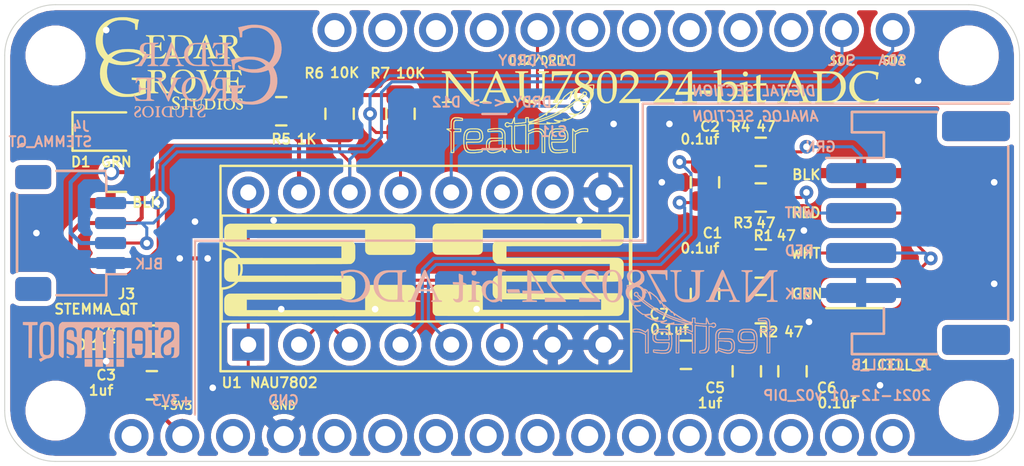
<source format=kicad_pcb>
(kicad_pcb (version 20171130) (host pcbnew "(5.1.6-0-10_14)")
  (title_block (title NAU7802_DUAL_24-BIT_ADC_WING_DIP) (date 2021-12-01) (rev v02_DIP) (company "Cedar Grove Studios"))
  (layers (0 F.Cu signal) (31 B.Cu signal hide) (34 B.Paste user hide) (35 F.Paste user hide) (36 B.SilkS user hide) (37 F.SilkS user) (38 B.Mask user hide) (39 F.Mask user hide) (44 Edge.Cuts user))
  (net 0 "")
  (net 1 GND)
  (net 2 +3V3)
  (net 3 "Net-(C7-Pad1)")
  (net 4 /SCL)
  (net 5 /SDA)
  (net 6 "Net-(U1-Pad10)")
  (net 7 "Net-(U1-Pad11)")
  (net 8 "Net-(M1-Pad1)")
  (net 9 "Net-(M1-Pad3)")
  (net 10 "Net-(M1-Pad5)")
  (net 11 "Net-(M1-Pad6)")
  (net 12 "Net-(M1-Pad7)")
  (net 13 "Net-(M1-Pad8)")
  (net 14 "Net-(M1-Pad9)")
  (net 15 "Net-(M1-Pad10)")
  (net 16 "Net-(M1-Pad11)")
  (net 17 "Net-(M1-Pad12)")
  (net 18 "Net-(M1-Pad13)")
  (net 19 "Net-(M1-Pad14)")
  (net 20 "Net-(M1-Pad15)")
  (net 21 "Net-(M1-Pad17)")
  (net 22 "Net-(M1-Pad18)")
  (net 23 "Net-(M1-Pad19)")
  (net 24 "Net-(M1-Pad20)")
  (net 25 "Net-(M1-Pad22)")
  (net 26 "Net-(M1-Pad23)")
  (net 27 "Net-(M1-Pad24)")
  (net 28 "Net-(M1-Pad25)")
  (net 29 "Net-(M1-Pad26)")
  (net 30 "Net-(D1-Pad2)")
  (net 31 /DRDY)
  (net 32 /A-)
  (net 33 /A+)
  (net 34 /B+)
  (net 35 /B-)
  (net 36 /AVDD)
  (net 37 /CELL_A-)
  (net 38 /CELL_A+)
  (net 39 /CELL_B+)
  (net 40 /CELL_B-)
  (net 41 "Net-(M1-Pad16)")
  (module Adafruit:NAU7802_STRAIN_LOGO_10x5mm (layer F.Cu) (at 154.432 103.4415)
    (fp_text reference G*** hide)
    (fp_text value NAU7802_STRAIN_LOGO_10x5mm hide)
  )
  (module Adafruit:CedarGroveStudios_TEXT_LOGO_8x5_4mm (layer F.Cu) (at 136.5885 93.091)
    (fp_text reference G*** hide)
    (fp_text value LOGO hide)
  )
  (module Resistor_SMD:R_0805_2012Metric (layer F.Cu) (at 148.082 95.631 90)
    (fp_text reference R7 (at 2.032 -1.016 180) (layer F.SilkS) (effects (font (size 0.5 0.5) (thickness 0.1))))
    (fp_text value 10K (at 2.032 0.508 180) (layer F.SilkS) (effects (font (size 0.5 0.5) (thickness 0.1))))
    (pad 2 smd roundrect (at 0.9375 0 90) (size 0.975 1.4) (layers F.Cu F.Paste F.Mask) (net 2 +3V3))
    (pad 1 smd roundrect (at -0.9375 0 90) (size 0.975 1.4) (layers F.Cu F.Paste F.Mask) (net 4 /SCL))
  )
  (module Capacitor_SMD:C_0805_2012Metric (layer F.Cu) (at 135.636 106.934)
    (fp_text reference C4 (at -2.286 -0.508) (layer F.SilkS) (effects (font (size 0.5 0.5) (thickness 0.1))))
    (fp_text value 1uf (at -2.54 2.54) (layer F.SilkS) (effects (font (size 0.5 0.5) (thickness 0.1))))
    (pad 1 smd roundrect (at -0.9375 0) (size 0.975 1.4) (layers F.Cu F.Paste F.Mask) (net 2 +3V3))
    (pad 2 smd roundrect (at 0.9375 0) (size 0.975 1.4) (layers F.Cu F.Paste F.Mask) (net 1 GND))
  )
  (module Adafruit:NAU7802_STRAIN_LOGO_10x5mm (layer F.Cu) (at 144.0815 103.4415 180)
    (fp_text reference G*** hide)
    (fp_text value NAU7802_STRAIN_LOGO_10x5mm hide)
  )
  (module Adafruit:NAU7802_TEXT_LOGO_22_6x2_1mm (layer B.Cu) (at 156.0195 104.267 180)
    (fp_text reference G*** hide)
    (fp_text value NAU7802_TEXT_LOGO_22_6x2_1mm hide)
  )
  (module Adafruit:NAU7802_TEXT_LOGO_22_6x2_1mm (layer F.Cu) (at 161.0868 94.3102)
    (fp_text reference G*** hide)
    (fp_text value NAU7802_TEXT_LOGO_22_6x2_1mm hide)
  )
  (module "Adafruit:Adafruit Feather" (layer F.Cu) (at 153.67 101.6)
    (fp_text reference M1 hide)
    (fp_text value Feather_M4_Express hide)
    (pad 28 thru_hole circle (at 19.05 -10.16) (size 1.7 1.7) (drill 1) (layers *.Cu *.Mask) (net 5 /SDA))
    (pad 27 thru_hole circle (at 16.51 -10.16) (size 1.7 1.7) (drill 1) (layers *.Cu *.Mask) (net 4 /SCL))
    (pad 26 thru_hole circle (at 13.97 -10.16) (size 1.7 1.7) (drill 1) (layers *.Cu *.Mask) (net 29 "Net-(M1-Pad26)"))
    (pad 25 thru_hole circle (at 11.43 -10.16) (size 1.7 1.7) (drill 1) (layers *.Cu *.Mask) (net 28 "Net-(M1-Pad25)"))
    (pad 24 thru_hole circle (at 8.89 -10.16) (size 1.7 1.7) (drill 1) (layers *.Cu *.Mask) (net 27 "Net-(M1-Pad24)"))
    (pad 23 thru_hole circle (at 6.35 -10.16) (size 1.7 1.7) (drill 1) (layers *.Cu *.Mask) (net 26 "Net-(M1-Pad23)"))
    (pad 22 thru_hole circle (at 3.81 -10.16) (size 1.7 1.7) (drill 1) (layers *.Cu *.Mask) (net 25 "Net-(M1-Pad22)"))
    (pad 21 thru_hole circle (at 1.27 -10.16) (size 1.7 1.7) (drill 1) (layers *.Cu *.Mask) (net 31 /DRDY))
    (pad 20 thru_hole circle (at -1.27 -10.16) (size 1.7 1.7) (drill 1) (layers *.Cu *.Mask) (net 24 "Net-(M1-Pad20)"))
    (pad 19 thru_hole circle (at -3.81 -10.16) (size 1.7 1.7) (drill 1) (layers *.Cu *.Mask) (net 23 "Net-(M1-Pad19)"))
    (pad 18 thru_hole circle (at -6.35 -10.16) (size 1.7 1.7) (drill 1) (layers *.Cu *.Mask) (net 22 "Net-(M1-Pad18)"))
    (pad 17 thru_hole circle (at -8.89 -10.16) (size 1.7 1.7) (drill 1) (layers *.Cu *.Mask) (net 21 "Net-(M1-Pad17)"))
    (pad 16 thru_hole circle (at 19.05 10.16) (size 1.7 1.7) (drill 1) (layers *.Cu *.Mask) (net 41 "Net-(M1-Pad16)"))
    (pad 15 thru_hole circle (at 16.51 10.16) (size 1.7 1.7) (drill 1) (layers *.Cu *.Mask) (net 20 "Net-(M1-Pad15)"))
    (pad 14 thru_hole circle (at 13.97 10.16) (size 1.7 1.7) (drill 1) (layers *.Cu *.Mask) (net 19 "Net-(M1-Pad14)"))
    (pad 13 thru_hole circle (at 11.43 10.16) (size 1.7 1.7) (drill 1) (layers *.Cu *.Mask) (net 18 "Net-(M1-Pad13)"))
    (pad 12 thru_hole circle (at 8.89 10.16) (size 1.7 1.7) (drill 1) (layers *.Cu *.Mask) (net 17 "Net-(M1-Pad12)"))
    (pad 11 thru_hole circle (at 6.35 10.16) (size 1.7 1.7) (drill 1) (layers *.Cu *.Mask) (net 16 "Net-(M1-Pad11)"))
    (pad 10 thru_hole circle (at 3.81 10.16) (size 1.7 1.7) (drill 1) (layers *.Cu *.Mask) (net 15 "Net-(M1-Pad10)"))
    (pad 9 thru_hole circle (at 1.27 10.16) (size 1.7 1.7) (drill 1) (layers *.Cu *.Mask) (net 14 "Net-(M1-Pad9)"))
    (pad 8 thru_hole circle (at -1.27 10.16) (size 1.7 1.7) (drill 1) (layers *.Cu *.Mask) (net 13 "Net-(M1-Pad8)"))
    (pad 7 thru_hole circle (at -3.81 10.16) (size 1.7 1.7) (drill 1) (layers *.Cu *.Mask) (net 12 "Net-(M1-Pad7)"))
    (pad 6 thru_hole circle (at -6.35 10.16) (size 1.7 1.7) (drill 1) (layers *.Cu *.Mask) (net 11 "Net-(M1-Pad6)"))
    (pad 5 thru_hole circle (at -8.89 10.16) (size 1.7 1.7) (drill 1) (layers *.Cu *.Mask) (net 10 "Net-(M1-Pad5)"))
    (pad 4 thru_hole circle (at -11.43 10.16) (size 1.7 1.7) (drill 1) (layers *.Cu *.Mask) (net 1 GND))
    (pad 3 thru_hole circle (at -13.97 10.16) (size 1.7 1.7) (drill 1) (layers *.Cu *.Mask) (net 9 "Net-(M1-Pad3)"))
    (pad 2 thru_hole circle (at -16.51 10.16) (size 1.7 1.7) (drill 1) (layers *.Cu *.Mask) (net 2 +3V3))
    (pad 1 thru_hole circle (at -19.05 10.16) (size 1.7 1.7) (drill 1) (layers *.Cu *.Mask) (net 8 "Net-(M1-Pad1)"))
  )
  (module Adafruit:CedarGroveStudios_TEXT_LOGO_8x5_4mm (layer B.Cu) (at 138.3665 93.472 180)
    (fp_text reference G*** hide)
    (fp_text value LOGO hide)
  )
  (module Adafruit:Feather_LOGO_8x4mm (layer B.Cu) (at 163.1315 105.791 180)
    (fp_text reference G*** hide)
    (fp_text value Feather_LOGO_8x4mm hide)
  )
  (module Adafruit:STEMMA-QT_LOGO_8x2_5mm (layer B.Cu) (at 133.096 107.188 180)
    (fp_text reference G*** hide)
    (fp_text value STEMMA-QT_LOGO_8x2_5mm hide)
  )
  (module Adafruit:Feather_LOGO_8x4mm (layer F.Cu) (at 154.051 95.758)
    (fp_text reference G*** hide)
    (fp_text value Feather_LOGO_8x4mm hide)
  )
  (module MountingHole:MountingHole_2.5mm (layer F.Cu) (at 130.81 110.49)
    (fp_text reference REF** hide)
    (fp_text value MountingHole_2.5mm hide)
    (pad 1 np_thru_hole circle (at 0 0) (size 2.5 2.5) (drill 2.5) (layers *.Cu *.Mask))
  )
  (module MountingHole:MountingHole_2.5mm (layer F.Cu) (at 176.53 92.71)
    (fp_text reference REF** hide)
    (fp_text value MountingHole_2.5mm hide)
    (pad 1 np_thru_hole circle (at 0 0) (size 2.5 2.5) (drill 2.5) (layers *.Cu *.Mask))
  )
  (module MountingHole:MountingHole_2.5mm (layer F.Cu) (at 176.53 110.49)
    (fp_text reference REF hide)
    (fp_text value MountingHole_2.5mm hide)
    (pad 1 np_thru_hole circle (at 0 0) (size 2.5 2.5) (drill 2.5) (layers *.Cu *.Mask))
  )
  (module MountingHole:MountingHole_2.5mm (layer F.Cu) (at 130.81 92.71)
    (fp_text reference REF** hide)
    (fp_text value MountingHole_2.5mm hide)
    (pad 1 np_thru_hole circle (at 0 0) (size 2.5 2.5) (drill 2.5) (layers *.Cu *.Mask))
  )
  (module Capacitor_SMD:C_0805_2012Metric (layer F.Cu) (at 163.322 104.648 270)
    (fp_text reference C1 (at -3.048 -0.381 180) (layer F.SilkS) (effects (font (size 0.5 0.5) (thickness 0.1))))
    (fp_text value 0.1uf (at -2.286 0.254 180) (layer F.SilkS) (effects (font (size 0.5 0.5) (thickness 0.1))))
    (pad 1 smd roundrect (at -0.9375 0 270) (size 0.975 1.4) (layers F.Cu F.Paste F.Mask) (net 32 /A-))
    (pad 2 smd roundrect (at 0.9375 0 270) (size 0.975 1.4) (layers F.Cu F.Paste F.Mask) (net 33 /A+))
  )
  (module Capacitor_SMD:C_0805_2012Metric (layer F.Cu) (at 163.322 99.06 90)
    (fp_text reference C2 (at 2.794 0.254 180) (layer F.SilkS) (effects (font (size 0.5 0.5) (thickness 0.1))))
    (fp_text value 0.1uf (at 2.159 -0.254 180) (layer F.SilkS) (effects (font (size 0.5 0.5) (thickness 0.1))))
    (pad 2 smd roundrect (at 0.9375 0 90) (size 0.975 1.4) (layers F.Cu F.Paste F.Mask) (net 34 /B+))
    (pad 1 smd roundrect (at -0.9375 0 90) (size 0.975 1.4) (layers F.Cu F.Paste F.Mask) (net 35 /B-))
  )
  (module Capacitor_SMD:C_0805_2012Metric (layer F.Cu) (at 135.636 109.22)
    (fp_text reference C3 (at -2.286 -0.508) (layer F.SilkS) (effects (font (size 0.5 0.5) (thickness 0.1))))
    (fp_text value 0.1uf (at -2.794 -2.032) (layer F.SilkS) (effects (font (size 0.5 0.5) (thickness 0.1))))
    (pad 2 smd roundrect (at 0.9375 0) (size 0.975 1.4) (layers F.Cu F.Paste F.Mask) (net 1 GND))
    (pad 1 smd roundrect (at -0.9375 0) (size 0.975 1.4) (layers F.Cu F.Paste F.Mask) (net 2 +3V3))
  )
  (module Capacitor_SMD:C_0805_2012Metric (layer F.Cu) (at 167.7035 108.5215 90)
    (fp_text reference C5 (at -0.8255 -3.8735 180) (layer F.SilkS) (effects (font (size 0.5 0.5) (thickness 0.1))))
    (fp_text value 1uf (at -1.5875 -4.1275 180) (layer F.SilkS) (effects (font (size 0.5 0.5) (thickness 0.1))))
    (pad 2 smd roundrect (at 0.9375 0 90) (size 0.975 1.4) (layers F.Cu F.Paste F.Mask) (net 1 GND))
    (pad 1 smd roundrect (at -0.9375 0 90) (size 0.975 1.4) (layers F.Cu F.Paste F.Mask) (net 36 /AVDD))
  )
  (module Capacitor_SMD:C_0805_2012Metric (layer F.Cu) (at 165.4175 108.5215 90)
    (fp_text reference C6 (at -0.8255 4.0005 180) (layer F.SilkS) (effects (font (size 0.5 0.5) (thickness 0.1))))
    (fp_text value 0.1uf (at -1.5875 4.5085 180) (layer F.SilkS) (effects (font (size 0.5 0.5) (thickness 0.1))))
    (pad 1 smd roundrect (at -0.9375 0 90) (size 0.975 1.4) (layers F.Cu F.Paste F.Mask) (net 36 /AVDD))
    (pad 2 smd roundrect (at 0.9375 0 90) (size 0.975 1.4) (layers F.Cu F.Paste F.Mask) (net 1 GND))
  )
  (module Capacitor_SMD:C_0805_2012Metric (layer F.Cu) (at 162.3695 107.696)
    (fp_text reference C7 (at -1.3335 -2.032) (layer F.SilkS) (effects (font (size 0.5 0.5) (thickness 0.1))))
    (fp_text value 0.1uf (at -0.8255 -1.27) (layer F.SilkS) (effects (font (size 0.5 0.5) (thickness 0.1))))
    (pad 1 smd roundrect (at -0.9375 0) (size 0.975 1.4) (layers F.Cu F.Paste F.Mask) (net 3 "Net-(C7-Pad1)"))
    (pad 2 smd roundrect (at 0.9375 0) (size 0.975 1.4) (layers F.Cu F.Paste F.Mask) (net 1 GND))
  )
  (module LED_SMD:LED_0805_2012Metric (layer F.Cu) (at 133.35 96.52)
    (fp_text reference D1 (at -1.27 1.524) (layer F.SilkS) (effects (font (size 0.5 0.5) (thickness 0.1))))
    (fp_text value GRN (at 0.508 1.524) (layer F.SilkS) (effects (font (size 0.5 0.5) (thickness 0.1))))
    (pad 1 smd roundrect (at -0.9375 0) (size 0.975 1.4) (layers F.Cu F.Paste F.Mask) (net 1 GND))
    (pad 2 smd roundrect (at 0.9375 0) (size 0.975 1.4) (layers F.Cu F.Paste F.Mask) (net 30 "Net-(D1-Pad2)"))
  )
  (module Connector_JST:JST_PH_S4B-PH-SM4-TB_1x04-1MP_P2.00mm_Horizontal (layer F.Cu) (at 173.99 101.6 90)
    (fp_text reference J1 (at -6.604 -2.794 180) (layer F.SilkS) (effects (font (size 0.5 0.5) (thickness 0.1))))
    (fp_text value CELL_A (at -6.604 -0.762 180) (layer F.SilkS) (effects (font (size 0.5 0.5) (thickness 0.1))))
    (pad 1 smd roundrect (at -3 -2.85 90) (size 1 3.5) (layers F.Cu F.Paste F.Mask) (net 38 /CELL_A+))
    (pad 2 smd roundrect (at -1 -2.85 90) (size 1 3.5) (layers F.Cu F.Paste F.Mask) (net 37 /CELL_A-))
    (pad 3 smd roundrect (at 1 -2.85 90) (size 1 3.5) (layers F.Cu F.Paste F.Mask) (net 36 /AVDD))
    (pad 4 smd roundrect (at 3 -2.85 90) (size 1 3.5) (layers F.Cu F.Paste F.Mask) (net 1 GND))
    (pad MP smd roundrect (at -5.35 2.9 90) (size 1.5 3.4) (layers F.Cu F.Paste F.Mask) (roundrect_rratio 0.166667))
    (pad MP smd roundrect (at 5.35 2.9 90) (size 1.5 3.4) (layers F.Cu F.Paste F.Mask) (roundrect_rratio 0.166667))
  )
  (module Connector_JST:JST_PH_S4B-PH-SM4-TB_1x04-1MP_P2.00mm_Horizontal (layer B.Cu) (at 173.99 101.6 270)
    (fp_text reference J2 (at 6.604 -0.254) (layer B.SilkS) (effects (font (size 0.5 0.5) (thickness 0.1)) (justify mirror)))
    (fp_text value CELL_B (at 6.604 2.032) (layer B.SilkS) (effects (font (size 0.5 0.5) (thickness 0.1)) (justify mirror)))
    (pad MP smd roundrect (at 5.35 -2.9 270) (size 1.5 3.4) (layers B.Cu B.Paste B.Mask) (roundrect_rratio 0.166667))
    (pad MP smd roundrect (at -5.35 -2.9 270) (size 1.5 3.4) (layers B.Cu B.Paste B.Mask) (roundrect_rratio 0.166667))
    (pad 4 smd roundrect (at 3 2.85 270) (size 1 3.5) (layers B.Cu B.Paste B.Mask) (net 1 GND))
    (pad 3 smd roundrect (at 1 2.85 270) (size 1 3.5) (layers B.Cu B.Paste B.Mask) (net 36 /AVDD))
    (pad 2 smd roundrect (at -1 2.85 270) (size 1 3.5) (layers B.Cu B.Paste B.Mask) (net 40 /CELL_B-))
    (pad 1 smd roundrect (at -3 2.85 270) (size 1 3.5) (layers B.Cu B.Paste B.Mask) (net 39 /CELL_B+))
  )
  (module Connector_JST:JST_SH_SM04B-SRSS-TB_1x04-1MP_P1.00mm_Horizontal (layer F.Cu) (at 131.572 101.6 270)
    (fp_text reference J3 (at 3.048 -2.794 180) (layer F.SilkS) (effects (font (size 0.5 0.5) (thickness 0.1))))
    (fp_text value STEMMA_QT (at 3.81 -1.27 180) (layer F.SilkS) (effects (font (size 0.5 0.5) (thickness 0.1))))
    (pad 1 smd roundrect (at -1.5 -2 270) (size 0.6 1.55) (layers F.Cu F.Paste F.Mask) (net 1 GND))
    (pad 2 smd roundrect (at -0.5 -2 270) (size 0.6 1.55) (layers F.Cu F.Paste F.Mask) (net 2 +3V3))
    (pad 3 smd roundrect (at 0.5 -2 270) (size 0.6 1.55) (layers F.Cu F.Paste F.Mask) (net 5 /SDA))
    (pad 4 smd roundrect (at 1.5 -2 270) (size 0.6 1.55) (layers F.Cu F.Paste F.Mask) (net 4 /SCL))
    (pad MP smd roundrect (at -2.8 1.875 270) (size 1.2 1.8) (layers F.Cu F.Paste F.Mask) (roundrect_rratio 0.208333))
    (pad MP smd roundrect (at 2.8 1.875 270) (size 1.2 1.8) (layers F.Cu F.Paste F.Mask) (roundrect_rratio 0.208333))
  )
  (module Resistor_SMD:R_0805_2012Metric (layer F.Cu) (at 166.116 103.124)
    (fp_text reference R1 (at 0.127 -1.397) (layer F.SilkS) (effects (font (size 0.5 0.5) (thickness 0.1))))
    (fp_text value 47 (at 1.27 -1.397) (layer F.SilkS) (effects (font (size 0.5 0.5) (thickness 0.1))))
    (pad 1 smd roundrect (at -0.9375 0) (size 0.975 1.4) (layers F.Cu F.Paste F.Mask) (net 32 /A-))
    (pad 2 smd roundrect (at 0.9375 0) (size 0.975 1.4) (layers F.Cu F.Paste F.Mask) (net 37 /CELL_A-))
  )
  (module Resistor_SMD:R_0805_2012Metric (layer F.Cu) (at 166.116 105.41)
    (fp_text reference R2 (at 0.381 1.143) (layer F.SilkS) (effects (font (size 0.5 0.5) (thickness 0.1))))
    (fp_text value 47 (at 1.651 1.143) (layer F.SilkS) (effects (font (size 0.5 0.5) (thickness 0.1))))
    (pad 2 smd roundrect (at 0.9375 0) (size 0.975 1.4) (layers F.Cu F.Paste F.Mask) (net 38 /CELL_A+))
    (pad 1 smd roundrect (at -0.9375 0) (size 0.975 1.4) (layers F.Cu F.Paste F.Mask) (net 33 /A+))
  )
  (module Resistor_SMD:R_0805_2012Metric (layer F.Cu) (at 166.116 99.822)
    (fp_text reference R3 (at -0.889 1.27) (layer F.SilkS) (effects (font (size 0.5 0.5) (thickness 0.1))))
    (fp_text value 47 (at 0.254 1.27) (layer F.SilkS) (effects (font (size 0.5 0.5) (thickness 0.1))))
    (pad 1 smd roundrect (at -0.9375 0) (size 0.975 1.4) (layers F.Cu F.Paste F.Mask) (net 35 /B-))
    (pad 2 smd roundrect (at 0.9375 0) (size 0.975 1.4) (layers F.Cu F.Paste F.Mask) (net 40 /CELL_B-))
  )
  (module Resistor_SMD:R_0805_2012Metric (layer F.Cu) (at 166.116 97.536)
    (fp_text reference R4 (at -1.016 -1.25984) (layer F.SilkS) (effects (font (size 0.5 0.5) (thickness 0.1))))
    (fp_text value 47 (at 0.254 -1.27) (layer F.SilkS) (effects (font (size 0.5 0.5) (thickness 0.1))))
    (pad 2 smd roundrect (at 0.9375 0) (size 0.975 1.4) (layers F.Cu F.Paste F.Mask) (net 39 /CELL_B+))
    (pad 1 smd roundrect (at -0.9375 0) (size 0.975 1.4) (layers F.Cu F.Paste F.Mask) (net 34 /B+))
  )
  (module Resistor_SMD:R_0805_2012Metric (layer F.Cu) (at 142.113 95.504)
    (fp_text reference R5 (at 0 1.397) (layer F.SilkS) (effects (font (size 0.5 0.5) (thickness 0.1))))
    (fp_text value 1K (at 1.27 1.397) (layer F.SilkS) (effects (font (size 0.5 0.5) (thickness 0.1))))
    (pad 1 smd roundrect (at -0.9375 0) (size 0.975 1.4) (layers F.Cu F.Paste F.Mask) (net 30 "Net-(D1-Pad2)"))
    (pad 2 smd roundrect (at 0.9375 0) (size 0.975 1.4) (layers F.Cu F.Paste F.Mask) (net 2 +3V3))
  )
  (module Resistor_SMD:R_0805_2012Metric (layer F.Cu) (at 145.034 95.631 90)
    (fp_text reference R6 (at 2.032 -1.27 180) (layer F.SilkS) (effects (font (size 0.5 0.5) (thickness 0.1))))
    (fp_text value 10K (at 2.0574 0.254 180) (layer F.SilkS) (effects (font (size 0.5 0.5) (thickness 0.1))))
    (pad 1 smd roundrect (at -0.9375 0 90) (size 0.975 1.4) (layers F.Cu F.Paste F.Mask) (net 5 /SDA))
    (pad 2 smd roundrect (at 0.9375 0 90) (size 0.975 1.4) (layers F.Cu F.Paste F.Mask) (net 2 +3V3))
  )
  (module Connector_JST:JST_SH_SM04B-SRSS-TB_1x04-1MP_P1.00mm_Horizontal (layer B.Cu) (at 131.572 101.6 90)
    (fp_text reference J4 (at 5.334 0.508 180) (layer B.SilkS) (effects (font (size 0.5 0.5) (thickness 0.1)) (justify mirror)))
    (fp_text value STEMMA_QT (at 4.572 -1.016 180) (layer B.SilkS) (effects (font (size 0.5 0.5) (thickness 0.1)) (justify mirror)))
    (pad 1 smd roundrect (at -1.5 2 90) (size 0.6 1.55) (layers B.Cu B.Paste B.Mask) (net 1 GND))
    (pad 2 smd roundrect (at -0.5 2 90) (size 0.6 1.55) (layers B.Cu B.Paste B.Mask) (net 2 +3V3))
    (pad 3 smd roundrect (at 0.5 2 90) (size 0.6 1.55) (layers B.Cu B.Paste B.Mask) (net 5 /SDA))
    (pad 4 smd roundrect (at 1.5 2 90) (size 0.6 1.55) (layers B.Cu B.Paste B.Mask) (net 4 /SCL))
    (pad MP smd roundrect (at -2.8 -1.875 90) (size 1.2 1.8) (layers B.Cu B.Paste B.Mask) (roundrect_rratio 0.208333))
    (pad MP smd roundrect (at 2.8 -1.875 90) (size 1.2 1.8) (layers B.Cu B.Paste B.Mask) (roundrect_rratio 0.208333))
  )
  (module Adafruit:0805_Solder_Jumper (layer B.Cu) (at 152.781 96.52 180)
    (fp_text reference SJ1 (at -2.9718 0 180) (layer B.SilkS) (effects (font (size 0.5 0.5) (thickness 0.1)) (justify mirror)))
    (fp_text value "DRDY <-> D12" (at 0.127 1.4732 180) (layer B.SilkS) (effects (font (size 0.5 0.5) (thickness 0.1)) (justify mirror)))
    (pad 2 smd rect (at 1.0922 0 180) (size 1.8 1.3) (layers B.Cu B.Paste B.Mask) (net 31 /DRDY))
    (pad 1 smd rect (at -1.0922 0 180) (size 1.8 1.3) (layers B.Cu B.Paste B.Mask) (net 31 /DRDY))
  )
  (module Package_DIP:DIP-16_W7.62mm_Socket (layer F.Cu) (at 140.462 107.188 90)
    (fp_text reference U1 (at -1.905 -0.8255 180) (layer F.SilkS) (effects (font (size 0.5 0.5) (thickness 0.1))))
    (fp_text value NAU7802 (at -1.905 1.778 180) (layer F.SilkS) (effects (font (size 0.5 0.5) (thickness 0.1))))
    (pad 1 thru_hole rect (at 0 0 90) (size 1.6 1.6) (drill 0.8) (layers *.Cu *.Mask) (net 36 /AVDD))
    (pad 9 thru_hole oval (at 7.62 17.78 90) (size 1.6 1.6) (drill 0.8) (layers *.Cu *.Mask) (net 1 GND))
    (pad 2 thru_hole oval (at 0 2.54 90) (size 1.6 1.6) (drill 0.8) (layers *.Cu *.Mask) (net 32 /A-))
    (pad 10 thru_hole oval (at 7.62 15.24 90) (size 1.6 1.6) (drill 0.8) (layers *.Cu *.Mask) (net 6 "Net-(U1-Pad10)"))
    (pad 3 thru_hole oval (at 0 5.08 90) (size 1.6 1.6) (drill 0.8) (layers *.Cu *.Mask) (net 33 /A+))
    (pad 11 thru_hole oval (at 7.62 12.7 90) (size 1.6 1.6) (drill 0.8) (layers *.Cu *.Mask) (net 7 "Net-(U1-Pad11)"))
    (pad 4 thru_hole oval (at 0 7.62 90) (size 1.6 1.6) (drill 0.8) (layers *.Cu *.Mask) (net 35 /B-))
    (pad 12 thru_hole oval (at 7.62 10.16 90) (size 1.6 1.6) (drill 0.8) (layers *.Cu *.Mask) (net 31 /DRDY))
    (pad 5 thru_hole oval (at 0 10.16 90) (size 1.6 1.6) (drill 0.8) (layers *.Cu *.Mask) (net 34 /B+))
    (pad 13 thru_hole oval (at 7.62 7.62 90) (size 1.6 1.6) (drill 0.8) (layers *.Cu *.Mask) (net 4 /SCL))
    (pad 6 thru_hole oval (at 0 12.7 90) (size 1.6 1.6) (drill 0.8) (layers *.Cu *.Mask) (net 3 "Net-(C7-Pad1)"))
    (pad 14 thru_hole oval (at 7.62 5.08 90) (size 1.6 1.6) (drill 0.8) (layers *.Cu *.Mask) (net 5 /SDA))
    (pad 7 thru_hole oval (at 0 15.24 90) (size 1.6 1.6) (drill 0.8) (layers *.Cu *.Mask) (net 1 GND))
    (pad 15 thru_hole oval (at 7.62 2.54 90) (size 1.6 1.6) (drill 0.8) (layers *.Cu *.Mask) (net 2 +3V3))
    (pad 8 thru_hole oval (at 0 17.78 90) (size 1.6 1.6) (drill 0.8) (layers *.Cu *.Mask) (net 1 GND))
    (pad 16 thru_hole oval (at 7.62 0 90) (size 1.6 1.6) (drill 0.8) (layers *.Cu *.Mask) (net 36 /AVDD))
  )
  (gr_line (start 137.795 101.981) (end 160.2105 101.981) (layer B.SilkS) (width 0.12))
  (gr_text BLK (at 136.1313 100.0633) (layer F.SilkS) (effects (font (size 0.5 0.5) (thickness 0.1)) (justify right)))
  (gr_text BLK (at 134.7343 103.1494) (layer B.SilkS) (effects (font (size 0.5 0.5) (thickness 0.1)) (justify right mirror)))
  (gr_text WHT (at 167.259 100.584) (layer B.SilkS) (effects (font (size 0.5 0.5) (thickness 0.1)) (justify right mirror)))
  (gr_text BLK (at 167.259 104.648) (layer B.SilkS) (effects (font (size 0.5 0.5) (thickness 0.1)) (justify right mirror)))
  (gr_text RED (at 167.259 102.489) (layer B.SilkS) (effects (font (size 0.5 0.5) (thickness 0.1)) (justify right mirror)))
  (gr_text GRN (at 168.275 97.282) (layer B.SilkS) (effects (font (size 0.5 0.5) (thickness 0.1)) (justify right mirror)))
  (gr_text GRN (at 169.2656 104.648) (layer F.SilkS) (effects (font (size 0.5 0.5) (thickness 0.1)) (justify right)))
  (gr_text WHT (at 169.164 102.616) (layer F.SilkS) (effects (font (size 0.5 0.5) (thickness 0.1)) (justify right)))
  (gr_text BLK (at 169.164 98.679) (layer F.SilkS) (effects (font (size 0.5 0.5) (thickness 0.1)) (justify right)))
  (gr_text RED (at 169.164 100.584) (layer F.SilkS) (effects (font (size 0.5 0.5) (thickness 0.1)) (justify right)))
  (gr_text "+3V3             GND" (at 139.446 110.236) (layer F.SilkS) (effects (font (size 0.4 0.4) (thickness 0.08))))
  (gr_text D12/DRDY (at 155.067 92.964) (layer F.SilkS) (effects (font (size 0.4 0.4) (thickness 0.08))))
  (gr_text D12/DRDY (at 154.94 92.964) (layer B.SilkS) (effects (font (size 0.5 0.5) (thickness 0.1)) (justify mirror)))
  (gr_text "GND          +3V3" (at 139.319 109.982) (layer B.SilkS) (effects (font (size 0.5 0.5) (thickness 0.1)) (justify mirror)))
  (gr_text "SCL     SDA" (at 171.45 92.964) (layer F.SilkS) (effects (font (size 0.4 0.4) (thickness 0.08))))
  (gr_text "SDA   SCL" (at 171.45 92.964) (layer B.SilkS) (effects (font (size 0.5 0.5) (thickness 0.1)) (justify mirror)))
  (gr_text "DIGITAL SECTION" (at 165.7985 94.488) (layer B.SilkS) (effects (font (size 0.5 0.5) (thickness 0.1) italic) (justify mirror)))
  (gr_text "ANALOG SECTION" (at 165.862 95.758) (layer B.SilkS) (effects (font (size 0.5 0.5) (thickness 0.1) italic) (justify mirror)))
  (gr_line (start 160.2105 95.123) (end 178.562 95.123) (layer B.SilkS) (width 0.12))
  (gr_line (start 160.2105 101.981) (end 160.2105 95.123) (layer B.SilkS) (width 0.12))
  (gr_line (start 137.795 110.6805) (end 137.795 101.981) (layer B.SilkS) (width 0.12))
  (gr_text "2021-12-01 v02_DIP" (at 170.434 109.728) (layer B.SilkS) (effects (font (size 0.5 0.5) (thickness 0.1)) (justify mirror)))
  (gr_arc (start 130.81 92.71) (end 130.81 90.17) (angle -90) (layer Edge.Cuts) (width 0.05))
  (gr_arc (start 130.81 110.49) (end 128.27 110.49) (angle -90) (layer Edge.Cuts) (width 0.05))
  (gr_arc (start 176.53 110.49) (end 176.53 113.03) (angle -90) (layer Edge.Cuts) (width 0.05))
  (gr_arc (start 176.53 92.71) (end 179.07 92.71) (angle -90) (layer Edge.Cuts) (width 0.05))
  (gr_line (start 128.27 110.49) (end 128.27 92.71) (layer Edge.Cuts) (width 0.05))
  (gr_line (start 176.53 113.03) (end 130.81 113.03) (layer Edge.Cuts) (width 0.05))
  (gr_line (start 179.07 92.71) (end 179.07 110.49) (layer Edge.Cuts) (width 0.05))
  (gr_line (start 130.81 90.17) (end 176.53 90.17) (layer Edge.Cuts) (width 0.05))
  (via (at 137.033 102.87) (size 0.6858) (drill 0.3302) (layers F.Cu B.Cu) (net 1))
  (via (at 129.8575 101.6) (size 0.6858) (drill 0.3302) (layers F.Cu B.Cu) (net 1))
  (via (at 177.8 104.14) (size 0.6858) (drill 0.3302) (layers F.Cu B.Cu) (net 1))
  (via (at 177.8 99.06) (size 0.6858) (drill 0.3302) (layers F.Cu B.Cu) (net 1))
  (via (at 173.99 93.98) (size 0.6858) (drill 0.3302) (layers F.Cu B.Cu) (net 1))
  (via (at 133.35 91.44) (size 0.6858) (drill 0.3302) (layers F.Cu B.Cu) (net 1))
  (via (at 133.35 108.0135) (size 0.6858) (drill 0.3302) (layers F.Cu B.Cu) (net 1))
  (via (at 138.43 102.87) (size 0.6858) (drill 0.3302) (layers F.Cu B.Cu) (net 1))
  (via (at 172.085 109.22) (size 0.6858) (drill 0.3302) (layers F.Cu B.Cu) (net 1))
  (via (at 168.275 101.473) (size 0.6858) (drill 0.3302) (layers F.Cu B.Cu) (net 1))
  (via (at 138.684 109.347) (size 0.6858) (drill 0.3302) (layers F.Cu B.Cu) (net 1))
  (via (at 142.113 105.41) (size 0.6858) (drill 0.3302) (layers F.Cu B.Cu) (net 1))
  (via (at 161.163 99.06) (size 0.6858) (drill 0.3302) (layers F.Cu B.Cu) (net 1))
  (via (at 161.544 96.139) (size 0.6858) (drill 0.3302) (layers F.Cu B.Cu) (net 1))
  (via (at 137.795 101.0285) (size 0.6858) (drill 0.3302) (layers F.Cu B.Cu) (net 1))
  (segment (start 137.033 102.87) (end 138.43 102.87) (width 0.2032) (layer F.Cu) (net 1))
  (via (at 146.812 105.41) (size 0.6858) (drill 0.3302) (layers F.Cu B.Cu) (net 1))
  (via (at 151.892 105.41) (size 0.6858) (drill 0.3302) (layers F.Cu B.Cu) (net 1))
  (via (at 168.529 106.045) (size 0.6858) (drill 0.3302) (layers F.Cu B.Cu) (net 1))
  (via (at 141.732 100.965) (size 0.6858) (drill 0.3302) (layers F.Cu B.Cu) (net 1))
  (via (at 157.0355 100.965) (size 0.6858) (drill 0.3302) (layers F.Cu B.Cu) (net 1))
  (via (at 158.75 96.139) (size 0.6858) (drill 0.3302) (layers F.Cu B.Cu) (net 1))
  (via (at 133.604 98.552) (size 0.8128) (drill 0.508) (layers F.Cu B.Cu) (net 2))
  (segment (start 133.572 102.1) (end 132.072 102.1) (width 0.2032) (layer B.Cu) (net 2))
  (segment (start 132.072 102.1) (end 131.572 101.6) (width 0.2032) (layer B.Cu) (net 2))
  (segment (start 131.572 101.6) (end 131.572 99.06) (width 0.2032) (layer B.Cu) (net 2))
  (segment (start 132.08 98.552) (end 133.604 98.552) (width 0.2032) (layer B.Cu) (net 2))
  (segment (start 131.572 99.06) (end 132.08 98.552) (width 0.2032) (layer B.Cu) (net 2))
  (segment (start 137.16 111.76) (end 137.16 110.998) (width 0.2032) (layer F.Cu) (net 2))
  (segment (start 134.6985 109.2985) (end 134.6985 109.22) (width 0.2032) (layer F.Cu) (net 2))
  (segment (start 137.16 111.76) (end 134.6985 109.2985) (width 0.2032) (layer F.Cu) (net 2))
  (segment (start 134.6985 109.22) (end 134.6985 106.934) (width 0.2032) (layer F.Cu) (net 2))
  (segment (start 134.6985 106.934) (end 134.6985 105.0775) (width 0.2032) (layer F.Cu) (net 2))
  (segment (start 134.6985 105.0775) (end 133.0175 105.0775) (width 0.2032) (layer F.Cu) (net 2))
  (segment (start 133.0175 105.0775) (end 131.572 103.632) (width 0.2032) (layer F.Cu) (net 2))
  (segment (start 131.572 103.632) (end 131.572 101.6) (width 0.2032) (layer F.Cu) (net 2))
  (segment (start 132.072 101.1) (end 133.572 101.1) (width 0.2032) (layer F.Cu) (net 2))
  (segment (start 131.572 101.6) (end 132.072 101.1) (width 0.2032) (layer F.Cu) (net 2))
  (segment (start 135.382 98.552) (end 134.62 98.552) (width 0.2032) (layer F.Cu) (net 2))
  (segment (start 134.62 98.552) (end 133.604 98.552) (width 0.2032) (layer F.Cu) (net 2))
  (segment (start 134.874 98.552) (end 134.62 98.552) (width 0.2032) (layer F.Cu) (net 2))
  (segment (start 135.128 98.806) (end 135.382 98.552) (width 0.2032) (layer F.Cu) (net 2))
  (segment (start 135.128 100.838) (end 135.128 98.806) (width 0.2032) (layer F.Cu) (net 2))
  (segment (start 134.866 101.1) (end 135.128 100.838) (width 0.2032) (layer F.Cu) (net 2))
  (segment (start 133.572 101.1) (end 134.866 101.1) (width 0.2032) (layer F.Cu) (net 2))
  (segment (start 148.082 94.6935) (end 145.034 94.6935) (width 0.2032) (layer F.Cu) (net 2))
  (segment (start 144.9855 94.742) (end 145.034 94.6935) (width 0.2032) (layer F.Cu) (net 2))
  (segment (start 143.002 97.3305) (end 143.002 98.171) (width 0.2032) (layer F.Cu) (net 2))
  (segment (start 143.002 98.171) (end 143.002 98.044) (width 0.2032) (layer F.Cu) (net 2))
  (segment (start 143.002 99.568) (end 143.002 98.171) (width 0.2032) (layer F.Cu) (net 2))
  (segment (start 143.002 95.5525) (end 143.0505 95.504) (width 0.2032) (layer F.Cu) (net 2))
  (segment (start 143.0505 95.504) (end 143.0505 95.0745) (width 0.2032) (layer F.Cu) (net 2))
  (segment (start 143.4315 94.6935) (end 145.034 94.6935) (width 0.2032) (layer F.Cu) (net 2))
  (segment (start 143.0505 95.0745) (end 143.4315 94.6935) (width 0.2032) (layer F.Cu) (net 2))
  (segment (start 142.748 96.774) (end 143.002 97.028) (width 0.2032) (layer F.Cu) (net 2))
  (segment (start 135.636 97.282) (end 136.144 96.774) (width 0.2032) (layer F.Cu) (net 2))
  (segment (start 135.636 98.298) (end 135.636 97.282) (width 0.2032) (layer F.Cu) (net 2))
  (segment (start 136.144 96.774) (end 142.748 96.774) (width 0.2032) (layer F.Cu) (net 2))
  (segment (start 135.382 98.552) (end 135.636 98.298) (width 0.2032) (layer F.Cu) (net 2))
  (segment (start 143.002 97.028) (end 143.002 95.5525) (width 0.2032) (layer F.Cu) (net 2))
  (segment (start 143.002 99.568) (end 143.002 97.028) (width 0.2032) (layer F.Cu) (net 2))
  (segment (start 153.162 107.188) (end 153.162 105.918) (width 0.1524) (layer F.Cu) (net 3))
  (segment (start 153.162 105.918) (end 153.67 105.41) (width 0.1524) (layer F.Cu) (net 3))
  (segment (start 161.432 106.06) (end 160.782 105.41) (width 0.1524) (layer F.Cu) (net 3))
  (segment (start 161.432 107.696) (end 161.432 106.06) (width 0.1524) (layer F.Cu) (net 3))
  (segment (start 153.67 105.41) (end 160.782 105.41) (width 0.1524) (layer F.Cu) (net 3))
  (via (at 135.89 100.076) (size 0.6858) (drill 0.3302) (layers F.Cu B.Cu) (net 4))
  (segment (start 134.104 100.076) (end 134.08 100.1) (width 0.1524) (layer B.Cu) (net 4))
  (segment (start 133.572 103.1) (end 135.235822 103.1) (width 0.1524) (layer F.Cu) (net 4))
  (segment (start 135.953501 100.139501) (end 135.89 100.076) (width 0.1524) (layer F.Cu) (net 4))
  (segment (start 135.953501 102.382321) (end 135.953501 100.139501) (width 0.1524) (layer F.Cu) (net 4))
  (segment (start 135.235822 103.1) (end 135.953501 102.382321) (width 0.1524) (layer F.Cu) (net 4))
  (segment (start 133.596 100.076) (end 133.572 100.1) (width 0.1524) (layer B.Cu) (net 4))
  (segment (start 135.89 100.076) (end 133.596 100.076) (width 0.1524) (layer B.Cu) (net 4))
  (segment (start 135.89 98.120934) (end 136.779743 97.231191) (width 0.1524) (layer B.Cu) (net 4))
  (segment (start 135.89 100.076) (end 135.89 98.120934) (width 0.1524) (layer B.Cu) (net 4))
  (via (at 146.558 95.631) (size 0.6858) (drill 0.3302) (layers F.Cu B.Cu) (net 4))
  (segment (start 148.082 96.5685) (end 148.082 99.568) (width 0.1524) (layer F.Cu) (net 4))
  (segment (start 146.558 96.926382) (end 146.253191 97.231191) (width 0.1524) (layer B.Cu) (net 4))
  (segment (start 146.558 95.631) (end 146.558 96.926382) (width 0.1524) (layer B.Cu) (net 4))
  (segment (start 136.779743 97.231191) (end 146.253191 97.231191) (width 0.1524) (layer B.Cu) (net 4))
  (segment (start 169.418 93.726) (end 170.18 92.964) (width 0.1524) (layer B.Cu) (net 4))
  (segment (start 147.523934 93.726) (end 169.418 93.726) (width 0.1524) (layer B.Cu) (net 4))
  (segment (start 170.18 92.964) (end 170.18 91.44) (width 0.1524) (layer B.Cu) (net 4))
  (segment (start 146.558 94.691934) (end 147.523934 93.726) (width 0.1524) (layer B.Cu) (net 4))
  (segment (start 146.558 95.631) (end 146.558 94.691934) (width 0.1524) (layer B.Cu) (net 4))
  (segment (start 148.082 96.5685) (end 146.8605 96.5685) (width 0.1524) (layer F.Cu) (net 4))
  (segment (start 146.558 96.266) (end 146.558 95.631) (width 0.1524) (layer F.Cu) (net 4))
  (segment (start 146.8605 96.5685) (end 146.558 96.266) (width 0.1524) (layer F.Cu) (net 4))
  (via (at 135.382 102.108) (size 0.6858) (drill 0.3302) (layers F.Cu B.Cu) (net 5))
  (segment (start 135.374 102.1) (end 135.382 102.108) (width 0.1524) (layer F.Cu) (net 5))
  (segment (start 133.572 102.1) (end 135.374 102.1) (width 0.1524) (layer F.Cu) (net 5))
  (segment (start 135.382 102.108) (end 135.382 101.346) (width 0.1524) (layer B.Cu) (net 5))
  (segment (start 135.136 101.1) (end 133.572 101.1) (width 0.1524) (layer B.Cu) (net 5))
  (segment (start 135.382 101.346) (end 135.136 101.1) (width 0.1524) (layer B.Cu) (net 5))
  (segment (start 172.339 92.837) (end 172.72 92.456) (width 0.1524) (layer B.Cu) (net 5))
  (segment (start 169.62119 94.03081) (end 170.815 92.837) (width 0.1524) (layer B.Cu) (net 5))
  (segment (start 170.815 92.837) (end 172.339 92.837) (width 0.1524) (layer B.Cu) (net 5))
  (segment (start 172.72 92.456) (end 172.72 91.44) (width 0.1524) (layer B.Cu) (net 5))
  (segment (start 135.711822 101.1) (end 136.461501 100.350321) (width 0.1524) (layer B.Cu) (net 5))
  (segment (start 136.461501 99.801679) (end 136.19481 99.534988) (width 0.1524) (layer B.Cu) (net 5))
  (segment (start 136.19481 98.24719) (end 136.906 97.536) (width 0.1524) (layer B.Cu) (net 5))
  (segment (start 136.19481 99.534988) (end 136.19481 98.24719) (width 0.1524) (layer B.Cu) (net 5))
  (segment (start 136.461501 100.350321) (end 136.461501 99.801679) (width 0.1524) (layer B.Cu) (net 5))
  (segment (start 135.136 101.1) (end 135.711822 101.1) (width 0.1524) (layer B.Cu) (net 5))
  (segment (start 136.906 97.536) (end 144.271999 97.536001) (width 0.1524) (layer B.Cu) (net 5))
  (segment (start 145.542 97.917002) (end 145.923001 97.536001) (width 0.1524) (layer B.Cu) (net 5))
  (segment (start 145.542 99.568) (end 145.542 97.917002) (width 0.1524) (layer B.Cu) (net 5))
  (segment (start 144.271999 97.536001) (end 145.923001 97.536001) (width 0.1524) (layer B.Cu) (net 5))
  (segment (start 147.129501 94.551499) (end 147.65019 94.03081) (width 0.1524) (layer B.Cu) (net 5))
  (segment (start 149.14881 94.03081) (end 169.62119 94.03081) (width 0.1524) (layer B.Cu) (net 5))
  (segment (start 146.379448 97.536) (end 147.129501 96.785947) (width 0.1524) (layer B.Cu) (net 5))
  (segment (start 147.65019 94.03081) (end 149.14881 94.03081) (width 0.1524) (layer B.Cu) (net 5))
  (segment (start 147.129501 96.785947) (end 147.129501 94.551499) (width 0.1524) (layer B.Cu) (net 5))
  (segment (start 145.923001 97.536001) (end 146.379448 97.536) (width 0.1524) (layer B.Cu) (net 5))
  (segment (start 149.04719 94.03081) (end 149.14881 94.03081) (width 0.1524) (layer B.Cu) (net 5))
  (segment (start 145.034 96.5685) (end 145.034 97.536) (width 0.1524) (layer F.Cu) (net 5))
  (segment (start 145.542 98.044) (end 145.542 99.568) (width 0.1524) (layer F.Cu) (net 5))
  (segment (start 145.034 97.536) (end 145.542 98.044) (width 0.1524) (layer F.Cu) (net 5))
  (segment (start 134.41451 96.39299) (end 134.2875 96.52) (width 0.1524) (layer F.Cu) (net 30))
  (segment (start 140.28651 96.39299) (end 134.41451 96.39299) (width 0.1524) (layer F.Cu) (net 30))
  (segment (start 141.1755 95.504) (end 140.28651 96.39299) (width 0.1524) (layer F.Cu) (net 30))
  (segment (start 154.5082 91.8718) (end 154.94 91.44) (width 0.1524) (layer F.Cu) (net 31))
  (segment (start 151.6888 96.52) (end 153.8732 96.52) (width 0.1524) (layer B.Cu) (net 31))
  (via (at 156.972 95.25) (size 0.8128) (drill 0.508) (layers F.Cu B.Cu) (net 31))
  (segment (start 154.94 91.44) (end 154.94 94.869) (width 0.1524) (layer F.Cu) (net 31))
  (segment (start 155.321 95.25) (end 156.972 95.25) (width 0.1524) (layer F.Cu) (net 31))
  (segment (start 154.94 94.869) (end 155.321 95.25) (width 0.1524) (layer F.Cu) (net 31))
  (segment (start 153.8732 96.52) (end 153.8732 95.6818) (width 0.1524) (layer B.Cu) (net 31))
  (segment (start 154.305 95.25) (end 156.972 95.25) (width 0.1524) (layer B.Cu) (net 31))
  (segment (start 153.8732 95.6818) (end 154.305 95.25) (width 0.1524) (layer B.Cu) (net 31))
  (segment (start 150.622 97.5868) (end 151.6888 96.52) (width 0.1524) (layer B.Cu) (net 31))
  (segment (start 150.622 99.568) (end 150.622 97.5868) (width 0.1524) (layer B.Cu) (net 31))
  (segment (start 164.592 103.7105) (end 165.1785 103.124) (width 0.1524) (layer F.Cu) (net 32))
  (segment (start 163.322 103.7105) (end 164.592 103.7105) (width 0.1524) (layer F.Cu) (net 32))
  (segment (start 163.07031 103.96219) (end 163.322 103.7105) (width 0.1524) (layer F.Cu) (net 32))
  (segment (start 144.653744 103.96219) (end 163.07031 103.96219) (width 0.1524) (layer F.Cu) (net 32))
  (segment (start 144.145 104.470934) (end 144.653744 103.96219) (width 0.1524) (layer F.Cu) (net 32))
  (segment (start 144.145 106.045) (end 144.145 104.470934) (width 0.1524) (layer F.Cu) (net 32))
  (segment (start 143.002 107.188) (end 144.145 106.045) (width 0.1524) (layer F.Cu) (net 32))
  (segment (start 163.322 105.5855) (end 163.4005 105.5855) (width 0.1524) (layer F.Cu) (net 33))
  (segment (start 163.576 105.41) (end 165.1785 105.41) (width 0.1524) (layer F.Cu) (net 33))
  (segment (start 163.4005 105.5855) (end 163.576 105.41) (width 0.1524) (layer F.Cu) (net 33))
  (segment (start 145.542 107.188) (end 144.449809 106.095809) (width 0.1524) (layer F.Cu) (net 33))
  (segment (start 162.0035 104.267) (end 144.78 104.267) (width 0.1524) (layer F.Cu) (net 33))
  (segment (start 144.78 104.267) (end 144.449809 104.597191) (width 0.1524) (layer F.Cu) (net 33))
  (segment (start 144.449809 106.095809) (end 144.449809 104.597191) (width 0.1524) (layer F.Cu) (net 33))
  (segment (start 162.0035 104.267) (end 163.322 105.5855) (width 0.1524) (layer F.Cu) (net 33))
  (via (at 162.052 98.044) (size 0.6858) (drill 0.3302) (layers F.Cu B.Cu) (net 34))
  (segment (start 164.592 98.1225) (end 165.1785 97.536) (width 0.1524) (layer F.Cu) (net 34))
  (segment (start 163.322 98.1225) (end 164.592 98.1225) (width 0.1524) (layer F.Cu) (net 34))
  (segment (start 163.2435 98.044) (end 163.322 98.1225) (width 0.1524) (layer F.Cu) (net 34))
  (segment (start 162.052 98.044) (end 163.2435 98.044) (width 0.1524) (layer F.Cu) (net 34))
  (segment (start 162.623501 98.615501) (end 162.052 98.044) (width 0.1524) (layer B.Cu) (net 34))
  (segment (start 149.479 106.045) (end 149.479 103.555066) (width 0.1524) (layer B.Cu) (net 34))
  (segment (start 161.11219 103.17481) (end 162.623501 101.663499) (width 0.1524) (layer B.Cu) (net 34))
  (segment (start 149.479 103.555066) (end 149.859256 103.17481) (width 0.1524) (layer B.Cu) (net 34))
  (segment (start 162.623501 101.663499) (end 162.623501 98.615501) (width 0.1524) (layer B.Cu) (net 34))
  (segment (start 149.859256 103.17481) (end 161.11219 103.17481) (width 0.1524) (layer B.Cu) (net 34))
  (segment (start 150.622 107.188) (end 149.479 106.045) (width 0.1524) (layer B.Cu) (net 34))
  (via (at 162.052 100.076) (size 0.6858) (drill 0.3302) (layers F.Cu B.Cu) (net 35))
  (segment (start 165.003 99.9975) (end 165.1785 99.822) (width 0.1524) (layer F.Cu) (net 35))
  (segment (start 163.322 99.9975) (end 165.003 99.9975) (width 0.1524) (layer F.Cu) (net 35))
  (segment (start 163.2435 100.076) (end 163.322 99.9975) (width 0.1524) (layer F.Cu) (net 35))
  (segment (start 162.052 100.076) (end 163.2435 100.076) (width 0.1524) (layer F.Cu) (net 35))
  (segment (start 162.306 101.524552) (end 162.306 100.33) (width 0.1524) (layer B.Cu) (net 35))
  (segment (start 160.985934 102.87) (end 162.318691 101.537243) (width 0.1524) (layer B.Cu) (net 35))
  (segment (start 149.733 102.87) (end 160.985934 102.87) (width 0.1524) (layer B.Cu) (net 35))
  (segment (start 162.306 100.33) (end 162.052 100.076) (width 0.1524) (layer B.Cu) (net 35))
  (segment (start 149.17419 106.09581) (end 149.17419 103.42881) (width 0.1524) (layer B.Cu) (net 35))
  (segment (start 149.17419 103.42881) (end 149.733 102.87) (width 0.1524) (layer B.Cu) (net 35))
  (segment (start 162.318691 101.537243) (end 162.306 101.524552) (width 0.1524) (layer B.Cu) (net 35))
  (segment (start 148.082 107.188) (end 149.17419 106.09581) (width 0.1524) (layer B.Cu) (net 35))
  (via (at 174.625 102.87) (size 0.6858) (drill 0.3302) (layers F.Cu B.Cu) (net 36))
  (segment (start 174.355 102.6) (end 174.625 102.87) (width 0.1524) (layer B.Cu) (net 36))
  (segment (start 171.14 102.6) (end 174.355 102.6) (width 0.1524) (layer B.Cu) (net 36))
  (segment (start 174.625 102.87) (end 173.99 102.235) (width 0.1524) (layer F.Cu) (net 36))
  (segment (start 173.99 101.092) (end 173.498 100.6) (width 0.1524) (layer F.Cu) (net 36))
  (segment (start 173.99 102.235) (end 173.99 101.092) (width 0.1524) (layer F.Cu) (net 36))
  (segment (start 173.498 100.6) (end 171.14 100.6) (width 0.1524) (layer F.Cu) (net 36))
  (segment (start 140.462 107.188) (end 140.462 99.568) (width 0.1524) (layer F.Cu) (net 36))
  (segment (start 140.462 107.188) (end 140.462 108.839) (width 0.1524) (layer F.Cu) (net 36))
  (segment (start 140.462 108.839) (end 141.097 109.474) (width 0.1524) (layer F.Cu) (net 36))
  (segment (start 164.988 109.459) (end 164.973 109.474) (width 0.1524) (layer F.Cu) (net 36))
  (segment (start 165.735 109.459) (end 164.988 109.459) (width 0.1524) (layer F.Cu) (net 36))
  (segment (start 164.973 109.474) (end 165.1 109.474) (width 0.1524) (layer F.Cu) (net 36))
  (segment (start 164.338 109.474) (end 164.973 109.474) (width 0.1524) (layer F.Cu) (net 36))
  (segment (start 141.097 109.474) (end 164.338 109.474) (width 0.1524) (layer F.Cu) (net 36))
  (segment (start 165.4175 109.459) (end 167.7035 109.459) (width 0.1524) (layer F.Cu) (net 36))
  (segment (start 173.99 103.505) (end 174.625 102.87) (width 0.1524) (layer F.Cu) (net 36))
  (segment (start 173.482 106.172) (end 173.99 105.664) (width 0.1524) (layer F.Cu) (net 36))
  (segment (start 169.926 106.172) (end 173.482 106.172) (width 0.1524) (layer F.Cu) (net 36))
  (segment (start 169.418 106.68) (end 169.926 106.172) (width 0.1524) (layer F.Cu) (net 36))
  (segment (start 169.418 109.0295) (end 169.418 106.68) (width 0.1524) (layer F.Cu) (net 36))
  (segment (start 168.9885 109.459) (end 169.418 109.0295) (width 0.1524) (layer F.Cu) (net 36))
  (segment (start 173.99 105.664) (end 173.99 103.505) (width 0.1524) (layer F.Cu) (net 36))
  (segment (start 167.7035 109.459) (end 168.9885 109.459) (width 0.1524) (layer F.Cu) (net 36))
  (segment (start 167.0535 103.124) (end 167.64 103.124) (width 0.1524) (layer F.Cu) (net 37))
  (segment (start 168.164 102.6) (end 171.14 102.6) (width 0.1524) (layer F.Cu) (net 37))
  (segment (start 167.64 103.124) (end 168.164 102.6) (width 0.1524) (layer F.Cu) (net 37))
  (segment (start 170.83519 104.648) (end 170.83519 104.726256) (width 0.1524) (layer F.Cu) (net 38))
  (segment (start 167.0535 105.41) (end 167.8155 104.648) (width 0.1524) (layer F.Cu) (net 38))
  (segment (start 171.092 104.648) (end 171.14 104.6) (width 0.1524) (layer F.Cu) (net 38))
  (segment (start 167.8155 104.648) (end 171.092 104.648) (width 0.1524) (layer F.Cu) (net 38))
  (via (at 168.402 97.282) (size 0.6858) (drill 0.3302) (layers F.Cu B.Cu) (net 39))
  (segment (start 168.148 97.536) (end 168.402 97.282) (width 0.1524) (layer F.Cu) (net 39))
  (segment (start 167.0535 97.536) (end 168.148 97.536) (width 0.1524) (layer F.Cu) (net 39))
  (segment (start 171.14 97.734) (end 171.14 98.6) (width 0.1524) (layer B.Cu) (net 39))
  (segment (start 170.688 97.282) (end 171.14 97.734) (width 0.1524) (layer B.Cu) (net 39))
  (segment (start 168.402 97.282) (end 170.688 97.282) (width 0.1524) (layer B.Cu) (net 39))
  (via (at 168.402 99.568) (size 0.6858) (drill 0.3302) (layers F.Cu B.Cu) (net 40))
  (segment (start 168.148 99.822) (end 168.402 99.568) (width 0.1524) (layer F.Cu) (net 40))
  (segment (start 167.0535 99.822) (end 168.148 99.822) (width 0.1524) (layer F.Cu) (net 40))
  (segment (start 171.14 100.6) (end 168.926 100.6) (width 0.1524) (layer B.Cu) (net 40))
  (segment (start 168.402 100.076) (end 168.402 99.568) (width 0.1524) (layer B.Cu) (net 40))
  (segment (start 168.926 100.6) (end 168.402 100.076) (width 0.1524) (layer B.Cu) (net 40))
  (zone (net 1) (net_name GND) (layer F.Cu) (connect_pads (clearance 0.254)) (min_thickness 0.254) (fill yes (arc_segments 32) (thermal_gap 0.254) (thermal_bridge_width 0.508))
    (polygon (pts (xy 179.07 94.996) (xy 160.02 94.996) (xy 160.02 101.854) (xy 137.668 101.854) (xy 137.668 113.03) (xy 128.27 113.03) (xy 128.27 90.17) (xy 179.07 90.17)))
  )
  (zone (net 1) (net_name GND) (layer F.Cu) (connect_pads (clearance 0.254)) (min_thickness 0.254) (fill yes (arc_segments 32) (thermal_gap 0.254) (thermal_bridge_width 0.508))
    (polygon (pts (xy 179.07 113.03) (xy 137.922 112.903) (xy 137.922 102.092125) (xy 160.401 102.115938) (xy 160.401 95.242063) (xy 179.07 95.25)))
  )
  (zone (net 1) (net_name GND) (layer B.Cu) (connect_pads (clearance 0.254)) (min_thickness 0.254) (fill yes (arc_segments 32) (thermal_gap 0.254) (thermal_bridge_width 0.508))
    (polygon (pts (xy 179.07 113.03) (xy 137.922 112.879127) (xy 137.922 102.070282) (xy 160.401 102.126859) (xy 160.401 95.231141) (xy 179.07 95.297746)))
  )
  (zone (net 1) (net_name GND) (layer B.Cu) (connect_pads (clearance 0.254)) (min_thickness 0.254) (fill yes (arc_segments 32) (thermal_gap 0.254) (thermal_bridge_width 0.508))
    (polygon (pts (xy 179.07 94.996) (xy 160.02 94.996) (xy 160.02 101.854) (xy 137.668 101.854) (xy 137.668 113.03) (xy 128.27 113.03) (xy 128.27 90.17) (xy 179.07 90.17)))
  )
)
</source>
